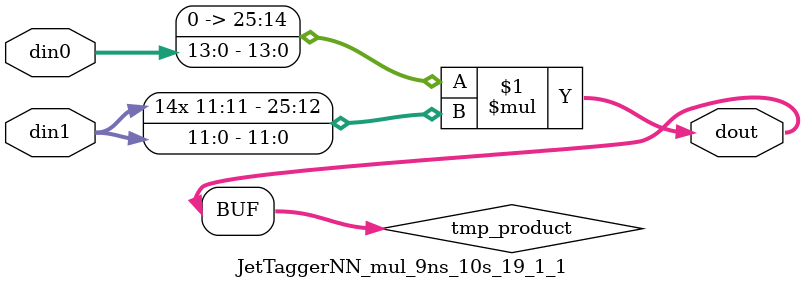
<source format=v>

`timescale 1 ns / 1 ps

  module JetTaggerNN_mul_9ns_10s_19_1_1(din0, din1, dout);
parameter ID = 1;
parameter NUM_STAGE = 0;
parameter din0_WIDTH = 14;
parameter din1_WIDTH = 12;
parameter dout_WIDTH = 26;

input [din0_WIDTH - 1 : 0] din0; 
input [din1_WIDTH - 1 : 0] din1; 
output [dout_WIDTH - 1 : 0] dout;

wire signed [dout_WIDTH - 1 : 0] tmp_product;











assign tmp_product = $signed({1'b0, din0}) * $signed(din1);










assign dout = tmp_product;







endmodule

</source>
